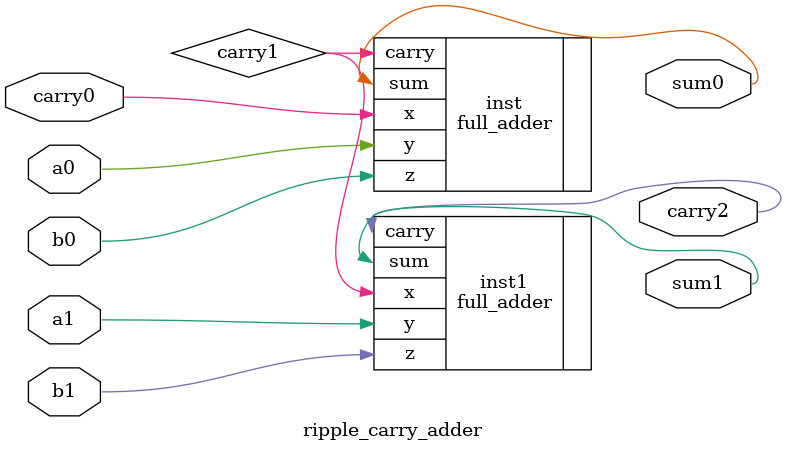
<source format=v>
`timescale 1ns / 1ps


module ripple_carry_adder
(
input          a0,
input          b0,
input          a1,
input          b1,
input          carry0,
output         carry2,
output         sum0,
output         sum1
);

wire carry1;

full_adder inst
(
.x                   (carry0),
.y                   (a0),
.z                   (b0),
.sum                 (sum0),
.carry               (carry1)
);



full_adder inst1
(
.x                   (carry1),
.y                   (a1),
.z                   (b1),
.sum                 (sum1),
.carry               (carry2)
);
endmodule

</source>
